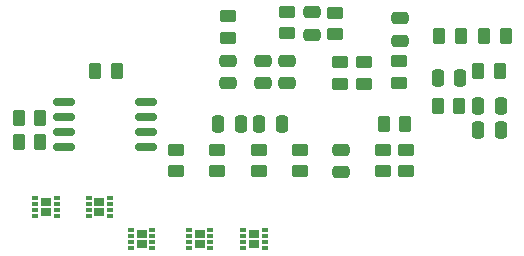
<source format=gbr>
%TF.GenerationSoftware,KiCad,Pcbnew,9.0.4*%
%TF.CreationDate,2025-09-27T14:14:02+05:30*%
%TF.ProjectId,EEG,4545472e-6b69-4636-9164-5f7063625858,rev?*%
%TF.SameCoordinates,Original*%
%TF.FileFunction,Paste,Top*%
%TF.FilePolarity,Positive*%
%FSLAX46Y46*%
G04 Gerber Fmt 4.6, Leading zero omitted, Abs format (unit mm)*
G04 Created by KiCad (PCBNEW 9.0.4) date 2025-09-27 14:14:02*
%MOMM*%
%LPD*%
G01*
G04 APERTURE LIST*
G04 Aperture macros list*
%AMRoundRect*
0 Rectangle with rounded corners*
0 $1 Rounding radius*
0 $2 $3 $4 $5 $6 $7 $8 $9 X,Y pos of 4 corners*
0 Add a 4 corners polygon primitive as box body*
4,1,4,$2,$3,$4,$5,$6,$7,$8,$9,$2,$3,0*
0 Add four circle primitives for the rounded corners*
1,1,$1+$1,$2,$3*
1,1,$1+$1,$4,$5*
1,1,$1+$1,$6,$7*
1,1,$1+$1,$8,$9*
0 Add four rect primitives between the rounded corners*
20,1,$1+$1,$2,$3,$4,$5,0*
20,1,$1+$1,$4,$5,$6,$7,0*
20,1,$1+$1,$6,$7,$8,$9,0*
20,1,$1+$1,$8,$9,$2,$3,0*%
G04 Aperture macros list end*
%ADD10RoundRect,0.250000X-0.450000X0.262500X-0.450000X-0.262500X0.450000X-0.262500X0.450000X0.262500X0*%
%ADD11RoundRect,0.250000X-0.475000X0.250000X-0.475000X-0.250000X0.475000X-0.250000X0.475000X0.250000X0*%
%ADD12RoundRect,0.250000X0.262500X0.450000X-0.262500X0.450000X-0.262500X-0.450000X0.262500X-0.450000X0*%
%ADD13R,0.850000X0.650000*%
%ADD14R,0.500000X0.300000*%
%ADD15RoundRect,0.250000X-0.262500X-0.450000X0.262500X-0.450000X0.262500X0.450000X-0.262500X0.450000X0*%
%ADD16RoundRect,0.250000X0.450000X-0.262500X0.450000X0.262500X-0.450000X0.262500X-0.450000X-0.262500X0*%
%ADD17RoundRect,0.250000X0.250000X0.475000X-0.250000X0.475000X-0.250000X-0.475000X0.250000X-0.475000X0*%
%ADD18RoundRect,0.150000X-0.800000X-0.150000X0.800000X-0.150000X0.800000X0.150000X-0.800000X0.150000X0*%
%ADD19RoundRect,0.250000X0.475000X-0.250000X0.475000X0.250000X-0.475000X0.250000X-0.475000X-0.250000X0*%
%ADD20RoundRect,0.250000X-0.250000X-0.475000X0.250000X-0.475000X0.250000X0.475000X-0.250000X0.475000X0*%
G04 APERTURE END LIST*
D10*
%TO.C,R15*%
X147500000Y-85175000D03*
X147500000Y-87000000D03*
%TD*%
D11*
%TO.C,C6*%
X142000000Y-85175000D03*
X142000000Y-87075000D03*
%TD*%
D12*
%TO.C,R12*%
X152097500Y-75500000D03*
X150272500Y-75500000D03*
%TD*%
D10*
%TO.C,R5*%
X132412500Y-73850000D03*
X132412500Y-75675000D03*
%TD*%
D13*
%TO.C,U4*%
X125100000Y-92312500D03*
X125100000Y-93187500D03*
D14*
X124200000Y-92000000D03*
X124200000Y-92500000D03*
X124200000Y-93000000D03*
X124200000Y-93500000D03*
X126000000Y-93500000D03*
X126000000Y-93000000D03*
X126000000Y-92500000D03*
X126000000Y-92000000D03*
%TD*%
D11*
%TO.C,C3*%
X137412500Y-77637500D03*
X137412500Y-79537500D03*
%TD*%
D10*
%TO.C,R20*%
X145500000Y-85175000D03*
X145500000Y-87000000D03*
%TD*%
D15*
%TO.C,R1*%
X121175000Y-78500000D03*
X123000000Y-78500000D03*
%TD*%
D13*
%TO.C,U2*%
X117000000Y-89562500D03*
X117000000Y-90437500D03*
D14*
X116100000Y-89250000D03*
X116100000Y-89750000D03*
X116100000Y-90250000D03*
X116100000Y-90750000D03*
X117900000Y-90750000D03*
X117900000Y-90250000D03*
X117900000Y-89750000D03*
X117900000Y-89250000D03*
%TD*%
D12*
%TO.C,R19*%
X147412500Y-83000000D03*
X145587500Y-83000000D03*
%TD*%
D16*
%TO.C,R18*%
X128000000Y-87000000D03*
X128000000Y-85175000D03*
%TD*%
D13*
%TO.C,U5*%
X130000000Y-92312500D03*
X130000000Y-93187500D03*
D14*
X129100000Y-92000000D03*
X129100000Y-92500000D03*
X129100000Y-93000000D03*
X129100000Y-93500000D03*
X130900000Y-93500000D03*
X130900000Y-93000000D03*
X130900000Y-92500000D03*
X130900000Y-92000000D03*
%TD*%
D10*
%TO.C,R4*%
X137412500Y-73500000D03*
X137412500Y-75325000D03*
%TD*%
%TO.C,R3*%
X135000000Y-85175000D03*
X135000000Y-87000000D03*
%TD*%
D15*
%TO.C,R13*%
X150175000Y-81500000D03*
X152000000Y-81500000D03*
%TD*%
D10*
%TO.C,R11*%
X131500000Y-85175000D03*
X131500000Y-87000000D03*
%TD*%
D11*
%TO.C,C8*%
X147000000Y-74050000D03*
X147000000Y-75950000D03*
%TD*%
D17*
%TO.C,C2*%
X136950000Y-83000000D03*
X135050000Y-83000000D03*
%TD*%
D10*
%TO.C,R6*%
X143952500Y-77770000D03*
X143952500Y-79595000D03*
%TD*%
D18*
%TO.C,U1*%
X118500000Y-81095000D03*
X118500000Y-82365000D03*
X118500000Y-83635000D03*
X118500000Y-84905000D03*
X125500000Y-84905000D03*
X125500000Y-83635000D03*
X125500000Y-82365000D03*
X125500000Y-81095000D03*
%TD*%
D11*
%TO.C,C4*%
X135412500Y-77637500D03*
X135412500Y-79537500D03*
%TD*%
D13*
%TO.C,U3*%
X121500000Y-89562500D03*
X121500000Y-90437500D03*
D14*
X120600000Y-89250000D03*
X120600000Y-89750000D03*
X120600000Y-90250000D03*
X120600000Y-90750000D03*
X122400000Y-90750000D03*
X122400000Y-90250000D03*
X122400000Y-89750000D03*
X122400000Y-89250000D03*
%TD*%
D10*
%TO.C,R2*%
X141500000Y-73587500D03*
X141500000Y-75412500D03*
%TD*%
D12*
%TO.C,R14*%
X155412500Y-78500000D03*
X153587500Y-78500000D03*
%TD*%
D17*
%TO.C,C7*%
X152075000Y-79090000D03*
X150175000Y-79090000D03*
%TD*%
D10*
%TO.C,R8*%
X141912500Y-77762500D03*
X141912500Y-79587500D03*
%TD*%
D16*
%TO.C,R9*%
X146912500Y-79500000D03*
X146912500Y-77675000D03*
%TD*%
D12*
%TO.C,R16*%
X116500000Y-82500000D03*
X114675000Y-82500000D03*
%TD*%
D19*
%TO.C,C5*%
X132402500Y-79537500D03*
X132402500Y-77637500D03*
%TD*%
D17*
%TO.C,C16*%
X155500000Y-83500000D03*
X153600000Y-83500000D03*
%TD*%
D13*
%TO.C,U6*%
X134600000Y-92312500D03*
X134600000Y-93187500D03*
D14*
X133700000Y-92000000D03*
X133700000Y-92500000D03*
X133700000Y-93000000D03*
X133700000Y-93500000D03*
X135500000Y-93500000D03*
X135500000Y-93000000D03*
X135500000Y-92500000D03*
X135500000Y-92000000D03*
%TD*%
D20*
%TO.C,C10*%
X153600000Y-81500000D03*
X155500000Y-81500000D03*
%TD*%
D12*
%TO.C,R10*%
X155912500Y-75500000D03*
X154087500Y-75500000D03*
%TD*%
D17*
%TO.C,C9*%
X133500000Y-83000000D03*
X131600000Y-83000000D03*
%TD*%
D12*
%TO.C,R17*%
X116500000Y-84500000D03*
X114675000Y-84500000D03*
%TD*%
D10*
%TO.C,R7*%
X138500000Y-85175000D03*
X138500000Y-87000000D03*
%TD*%
D19*
%TO.C,C1*%
X139500000Y-75450000D03*
X139500000Y-73550000D03*
%TD*%
M02*

</source>
